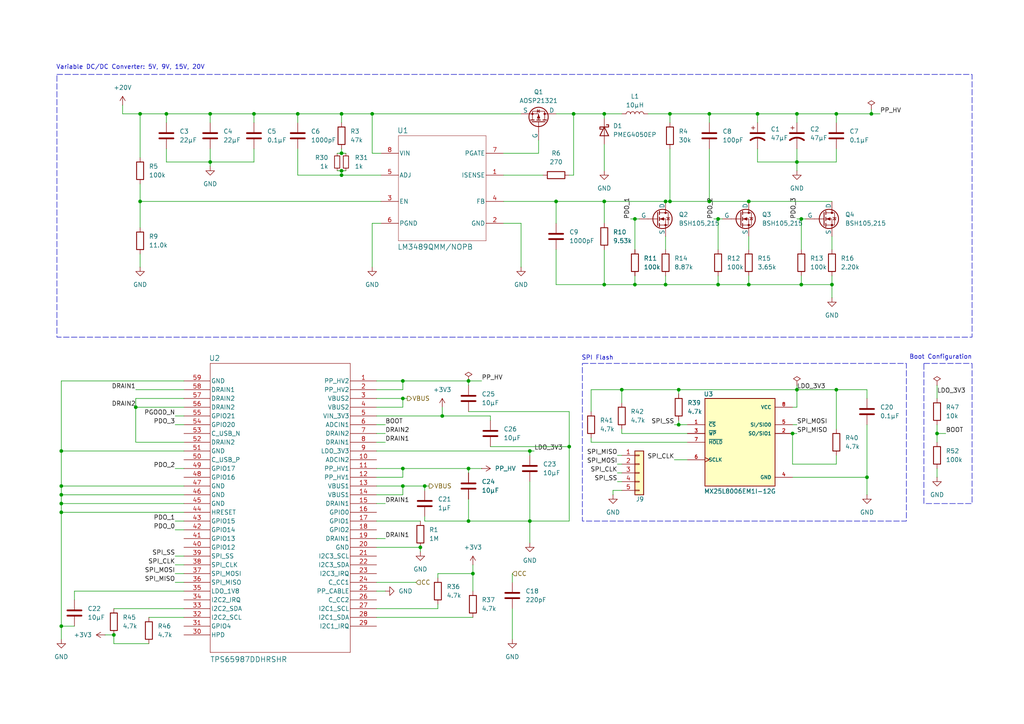
<source format=kicad_sch>
(kicad_sch (version 20231120) (generator "eeschema") (generator_version "8.0")
  (paper "A4")
  (junction (at 135.89 151.13))
  (junction (at 40.64 58.42))
  (junction (at 219.71 33.02))
  (junction (at 232.41 82.55))
  (junction (at 194.31 33.02))
  (junction (at 17.78 181.61))
  (junction (at 33.02 184.15))
  (junction (at 175.26 82.55))
  (junction (at 137.16 166.37))
  (junction (at 128.27 120.65))
  (junction (at 193.04 58.42))
  (junction (at 121.92 158.75))
  (junction (at 231.14 33.02))
  (junction (at 205.74 33.02))
  (junction (at 17.78 143.51))
  (junction (at 175.26 58.42))
  (junction (at 123.19 140.97))
  (junction (at 73.66 33.02))
  (junction (at 99.06 44.45))
  (junction (at 153.67 151.13))
  (junction (at 193.04 82.55))
  (junction (at 271.78 125.73))
  (junction (at 242.57 113.03))
  (junction (at 229.87 125.73))
  (junction (at 242.57 33.02))
  (junction (at 86.36 33.02))
  (junction (at 165.1 129.54))
  (junction (at 231.14 46.99))
  (junction (at 196.85 113.03))
  (junction (at 116.84 115.57))
  (junction (at 116.84 140.97))
  (junction (at 166.37 33.02))
  (junction (at 153.67 130.81))
  (junction (at 252.73 33.02))
  (junction (at 251.46 138.43))
  (junction (at 208.28 82.55))
  (junction (at 116.84 135.89))
  (junction (at 135.89 135.89))
  (junction (at 180.34 113.03))
  (junction (at 17.78 140.97))
  (junction (at 17.78 148.59))
  (junction (at 196.85 123.19))
  (junction (at 99.06 33.02))
  (junction (at 116.84 110.49))
  (junction (at 241.3 82.55))
  (junction (at 40.64 33.02))
  (junction (at 184.15 82.55))
  (junction (at 99.06 50.8))
  (junction (at 231.14 113.03))
  (junction (at 60.96 33.02))
  (junction (at 232.41 63.5))
  (junction (at 60.96 46.99))
  (junction (at 17.78 146.05))
  (junction (at 17.78 130.81))
  (junction (at 208.28 63.5))
  (junction (at 184.15 63.5))
  (junction (at 217.17 82.55))
  (junction (at 217.17 58.42))
  (junction (at 107.95 33.02))
  (junction (at 135.89 110.49))
  (junction (at 48.26 33.02))
  (junction (at 194.31 58.42))
  (junction (at 205.74 58.42))
  (junction (at 175.26 33.02))
  (junction (at 99.06 49.53))
  (junction (at 161.29 58.42))
  (junction (at 39.37 118.11))
  (wire (pts (xy 231.14 33.02) (xy 231.14 35.56)))
  (wire (pts (xy 194.31 58.42) (xy 205.74 58.42)))
  (wire (pts (xy 40.64 58.42) (xy 110.49 58.42)))
  (wire (pts (xy 116.84 138.43) (xy 116.84 135.89)))
  (wire (pts (xy 53.34 168.91) (xy 50.8 168.91)))
  (wire (pts (xy 73.66 33.02) (xy 73.66 35.56)))
  (wire (pts (xy 184.15 80.01) (xy 184.15 82.55)))
  (wire (pts (xy 171.45 128.27) (xy 171.45 127)))
  (wire (pts (xy 274.32 125.73) (xy 271.78 125.73)))
  (wire (pts (xy 53.34 153.67) (xy 50.8 153.67)))
  (wire (pts (xy 73.66 43.18) (xy 73.66 46.99)))
  (wire (pts (xy 146.05 50.8) (xy 157.48 50.8)))
  (wire (pts (xy 242.57 113.03) (xy 231.14 113.03)))
  (wire (pts (xy 251.46 123.19) (xy 251.46 138.43)))
  (wire (pts (xy 107.95 44.45) (xy 110.49 44.45)))
  (wire (pts (xy 50.8 120.65) (xy 53.34 120.65)))
  (wire (pts (xy 165.1 129.54) (xy 165.1 151.13)))
  (wire (pts (xy 187.96 33.02) (xy 194.31 33.02)))
  (wire (pts (xy 179.07 137.16) (xy 180.34 137.16)))
  (wire (pts (xy 208.28 82.55) (xy 217.17 82.55)))
  (wire (pts (xy 99.06 49.53) (xy 100.33 49.53)))
  (wire (pts (xy 109.22 125.73) (xy 111.76 125.73)))
  (wire (pts (xy 151.13 64.77) (xy 151.13 77.47)))
  (wire (pts (xy 33.02 186.69) (xy 33.02 184.15)))
  (wire (pts (xy 179.07 132.08) (xy 180.34 132.08)))
  (wire (pts (xy 60.96 33.02) (xy 73.66 33.02)))
  (wire (pts (xy 109.22 128.27) (xy 111.76 128.27)))
  (wire (pts (xy 184.15 63.5) (xy 185.42 63.5)))
  (wire (pts (xy 40.64 73.66) (xy 40.64 77.47)))
  (wire (pts (xy 175.26 33.02) (xy 175.26 34.29)))
  (wire (pts (xy 271.78 135.89) (xy 271.78 138.43)))
  (wire (pts (xy 177.8 143.51) (xy 177.8 142.24)))
  (wire (pts (xy 194.31 33.02) (xy 194.31 35.56)))
  (wire (pts (xy 229.87 123.19) (xy 231.14 123.19)))
  (wire (pts (xy 107.95 33.02) (xy 151.13 33.02)))
  (wire (pts (xy 99.06 43.18) (xy 99.06 44.45)))
  (wire (pts (xy 86.36 43.18) (xy 86.36 50.8)))
  (wire (pts (xy 17.78 110.49) (xy 53.34 110.49)))
  (wire (pts (xy 53.34 163.83) (xy 50.8 163.83)))
  (wire (pts (xy 118.11 115.57) (xy 116.84 115.57)))
  (wire (pts (xy 165.1 50.8) (xy 166.37 50.8)))
  (wire (pts (xy 229.87 125.73) (xy 231.14 125.73)))
  (wire (pts (xy 161.29 58.42) (xy 175.26 58.42)))
  (wire (pts (xy 171.45 119.38) (xy 171.45 113.03)))
  (wire (pts (xy 242.57 33.02) (xy 242.57 35.56)))
  (wire (pts (xy 39.37 115.57) (xy 39.37 118.11)))
  (wire (pts (xy 137.16 166.37) (xy 137.16 163.83)))
  (wire (pts (xy 60.96 33.02) (xy 60.96 35.56)))
  (wire (pts (xy 207.01 63.5) (xy 208.28 63.5)))
  (wire (pts (xy 219.71 33.02) (xy 219.71 35.56)))
  (wire (pts (xy 153.67 151.13) (xy 153.67 157.48)))
  (wire (pts (xy 109.22 143.51) (xy 116.84 143.51)))
  (wire (pts (xy 205.74 33.02) (xy 205.74 35.56)))
  (wire (pts (xy 229.87 125.73) (xy 229.87 134.62)))
  (wire (pts (xy 161.29 72.39) (xy 161.29 82.55)))
  (wire (pts (xy 17.78 110.49) (xy 17.78 130.81)))
  (wire (pts (xy 40.64 53.34) (xy 40.64 58.42)))
  (wire (pts (xy 110.49 64.77) (xy 107.95 64.77)))
  (wire (pts (xy 252.73 33.02) (xy 255.27 33.02)))
  (wire (pts (xy 217.17 82.55) (xy 232.41 82.55)))
  (wire (pts (xy 252.73 31.75) (xy 252.73 33.02)))
  (wire (pts (xy 33.02 176.53) (xy 53.34 176.53)))
  (wire (pts (xy 175.26 58.42) (xy 193.04 58.42)))
  (wire (pts (xy 109.22 113.03) (xy 116.84 113.03)))
  (wire (pts (xy 242.57 46.99) (xy 231.14 46.99)))
  (wire (pts (xy 48.26 33.02) (xy 60.96 33.02)))
  (wire (pts (xy 196.85 113.03) (xy 231.14 113.03)))
  (wire (pts (xy 232.41 82.55) (xy 232.41 80.01)))
  (wire (pts (xy 109.22 138.43) (xy 116.84 138.43)))
  (wire (pts (xy 39.37 118.11) (xy 39.37 128.27)))
  (wire (pts (xy 21.59 171.45) (xy 21.59 173.99)))
  (wire (pts (xy 116.84 143.51) (xy 116.84 140.97)))
  (wire (pts (xy 39.37 128.27) (xy 53.34 128.27)))
  (wire (pts (xy 271.78 125.73) (xy 271.78 123.19)))
  (wire (pts (xy 148.59 166.37) (xy 148.59 168.91)))
  (wire (pts (xy 43.18 179.07) (xy 53.34 179.07)))
  (wire (pts (xy 193.04 82.55) (xy 193.04 80.01)))
  (wire (pts (xy 175.26 82.55) (xy 184.15 82.55)))
  (wire (pts (xy 53.34 166.37) (xy 50.8 166.37)))
  (wire (pts (xy 242.57 33.02) (xy 252.73 33.02)))
  (wire (pts (xy 109.22 176.53) (xy 127 176.53)))
  (wire (pts (xy 231.14 46.99) (xy 231.14 49.53)))
  (wire (pts (xy 193.04 82.55) (xy 208.28 82.55)))
  (wire (pts (xy 175.26 41.91) (xy 175.26 49.53)))
  (wire (pts (xy 99.06 33.02) (xy 107.95 33.02)))
  (wire (pts (xy 109.22 151.13) (xy 121.92 151.13)))
  (wire (pts (xy 127 167.64) (xy 127 166.37)))
  (wire (pts (xy 231.14 33.02) (xy 242.57 33.02)))
  (wire (pts (xy 40.64 58.42) (xy 40.64 66.04)))
  (wire (pts (xy 53.34 161.29) (xy 50.8 161.29)))
  (wire (pts (xy 121.92 158.75) (xy 121.92 160.02)))
  (wire (pts (xy 195.58 133.35) (xy 199.39 133.35)))
  (wire (pts (xy 242.57 113.03) (xy 251.46 113.03)))
  (wire (pts (xy 242.57 43.18) (xy 242.57 46.99)))
  (wire (pts (xy 17.78 146.05) (xy 17.78 148.59)))
  (wire (pts (xy 17.78 181.61) (xy 17.78 185.42)))
  (wire (pts (xy 124.46 140.97) (xy 123.19 140.97)))
  (wire (pts (xy 219.71 33.02) (xy 231.14 33.02)))
  (wire (pts (xy 217.17 58.42) (xy 241.3 58.42)))
  (wire (pts (xy 39.37 113.03) (xy 53.34 113.03)))
  (wire (pts (xy 48.26 46.99) (xy 60.96 46.99)))
  (wire (pts (xy 148.59 176.53) (xy 148.59 185.42)))
  (wire (pts (xy 184.15 72.39) (xy 184.15 63.5)))
  (wire (pts (xy 86.36 50.8) (xy 99.06 50.8)))
  (wire (pts (xy 109.22 140.97) (xy 116.84 140.97)))
  (wire (pts (xy 109.22 135.89) (xy 116.84 135.89)))
  (wire (pts (xy 217.17 68.58) (xy 217.17 72.39)))
  (wire (pts (xy 53.34 171.45) (xy 21.59 171.45)))
  (wire (pts (xy 161.29 58.42) (xy 146.05 58.42)))
  (wire (pts (xy 229.87 138.43) (xy 251.46 138.43)))
  (wire (pts (xy 123.19 151.13) (xy 135.89 151.13)))
  (wire (pts (xy 40.64 33.02) (xy 35.56 33.02)))
  (wire (pts (xy 232.41 63.5) (xy 233.68 63.5)))
  (wire (pts (xy 193.04 68.58) (xy 193.04 72.39)))
  (wire (pts (xy 179.07 134.62) (xy 180.34 134.62)))
  (wire (pts (xy 153.67 151.13) (xy 165.1 151.13)))
  (wire (pts (xy 232.41 82.55) (xy 241.3 82.55)))
  (wire (pts (xy 53.34 123.19) (xy 50.8 123.19)))
  (wire (pts (xy 194.31 43.18) (xy 194.31 58.42)))
  (wire (pts (xy 107.95 33.02) (xy 107.95 44.45)))
  (wire (pts (xy 109.22 171.45) (xy 111.76 171.45)))
  (wire (pts (xy 109.22 118.11) (xy 116.84 118.11)))
  (wire (pts (xy 177.8 142.24) (xy 180.34 142.24)))
  (wire (pts (xy 53.34 135.89) (xy 50.8 135.89)))
  (wire (pts (xy 161.29 64.77) (xy 161.29 58.42)))
  (wire (pts (xy 116.84 110.49) (xy 135.89 110.49)))
  (wire (pts (xy 73.66 33.02) (xy 86.36 33.02)))
  (wire (pts (xy 40.64 33.02) (xy 40.64 45.72)))
  (wire (pts (xy 194.31 33.02) (xy 205.74 33.02)))
  (wire (pts (xy 17.78 181.61) (xy 21.59 181.61)))
  (wire (pts (xy 99.06 50.8) (xy 110.49 50.8)))
  (wire (pts (xy 161.29 82.55) (xy 175.26 82.55)))
  (wire (pts (xy 166.37 33.02) (xy 166.37 50.8)))
  (wire (pts (xy 180.34 113.03) (xy 196.85 113.03)))
  (wire (pts (xy 109.22 110.49) (xy 116.84 110.49)))
  (wire (pts (xy 205.74 43.18) (xy 205.74 58.42)))
  (wire (pts (xy 135.89 151.13) (xy 153.67 151.13)))
  (wire (pts (xy 53.34 151.13) (xy 50.8 151.13)))
  (wire (pts (xy 135.89 119.38) (xy 165.1 119.38)))
  (wire (pts (xy 242.57 124.46) (xy 242.57 113.03)))
  (wire (pts (xy 127 166.37) (xy 137.16 166.37)))
  (wire (pts (xy 241.3 68.58) (xy 241.3 72.39)))
  (wire (pts (xy 199.39 128.27) (xy 171.45 128.27)))
  (wire (pts (xy 196.85 123.19) (xy 196.85 121.92)))
  (wire (pts (xy 166.37 33.02) (xy 175.26 33.02)))
  (wire (pts (xy 175.26 58.42) (xy 175.26 64.77)))
  (wire (pts (xy 135.89 135.89) (xy 139.7 135.89)))
  (wire (pts (xy 97.79 49.53) (xy 99.06 49.53)))
  (wire (pts (xy 142.24 121.92) (xy 142.24 120.65)))
  (wire (pts (xy 231.14 111.76) (xy 231.14 113.03)))
  (wire (pts (xy 109.22 179.07) (xy 137.16 179.07)))
  (wire (pts (xy 109.22 158.75) (xy 121.92 158.75)))
  (wire (pts (xy 171.45 113.03) (xy 180.34 113.03)))
  (wire (pts (xy 109.22 123.19) (xy 111.76 123.19)))
  (wire (pts (xy 156.21 44.45) (xy 156.21 40.64)))
  (wire (pts (xy 232.41 63.5) (xy 232.41 72.39)))
  (wire (pts (xy 184.15 82.55) (xy 193.04 82.55)))
  (wire (pts (xy 86.36 33.02) (xy 86.36 35.56)))
  (wire (pts (xy 116.84 113.03) (xy 116.84 110.49)))
  (wire (pts (xy 193.04 58.42) (xy 194.31 58.42)))
  (wire (pts (xy 128.27 120.65) (xy 142.24 120.65)))
  (wire (pts (xy 251.46 115.57) (xy 251.46 113.03)))
  (wire (pts (xy 161.29 33.02) (xy 166.37 33.02)))
  (wire (pts (xy 109.22 156.21) (xy 111.76 156.21)))
  (wire (pts (xy 39.37 118.11) (xy 53.34 118.11)))
  (wire (pts (xy 199.39 123.19) (xy 196.85 123.19)))
  (wire (pts (xy 271.78 125.73) (xy 271.78 128.27)))
  (wire (pts (xy 99.06 44.45) (xy 100.33 44.45)))
  (wire (pts (xy 17.78 140.97) (xy 17.78 143.51)))
  (wire (pts (xy 48.26 43.18) (xy 48.26 46.99)))
  (wire (pts (xy 135.89 135.89) (xy 135.89 137.16)))
  (wire (pts (xy 109.22 120.65) (xy 128.27 120.65)))
  (wire (pts (xy 116.84 140.97) (xy 123.19 140.97)))
  (wire (pts (xy 251.46 138.43) (xy 251.46 143.51)))
  (wire (pts (xy 48.26 35.56) (xy 48.26 33.02)))
  (wire (pts (xy 109.22 146.05) (xy 111.76 146.05)))
  (wire (pts (xy 17.78 143.51) (xy 17.78 146.05)))
  (wire (pts (xy 116.84 115.57) (xy 116.84 118.11)))
  (wire (pts (xy 35.56 33.02) (xy 35.56 30.48)))
  (wire (pts (xy 219.71 43.18) (xy 219.71 46.99)))
  (wire (pts (xy 73.66 46.99) (xy 60.96 46.99)))
  (wire (pts (xy 142.24 129.54) (xy 165.1 129.54)))
  (wire (pts (xy 175.26 72.39) (xy 175.26 82.55)))
  (wire (pts (xy 39.37 115.57) (xy 53.34 115.57)))
  (wire (pts (xy 128.27 118.11) (xy 128.27 120.65)))
  (wire (pts (xy 180.34 125.73) (xy 180.34 124.46)))
  (wire (pts (xy 196.85 114.3) (xy 196.85 113.03)))
  (wire (pts (xy 231.14 113.03) (xy 231.14 118.11)))
  (wire (pts (xy 146.05 64.77) (xy 151.13 64.77)))
  (wire (pts (xy 179.07 139.7) (xy 180.34 139.7)))
  (wire (pts (xy 116.84 135.89) (xy 135.89 135.89)))
  (wire (pts (xy 241.3 82.55) (xy 241.3 80.01)))
  (wire (pts (xy 229.87 118.11) (xy 231.14 118.11)))
  (wire (pts (xy 135.89 110.49) (xy 135.89 111.76)))
  (wire (pts (xy 153.67 139.7) (xy 153.67 151.13)))
  (wire (pts (xy 86.36 33.02) (xy 99.06 33.02)))
  (wire (pts (xy 231.14 63.5) (xy 232.41 63.5)))
  (wire (pts (xy 109.22 168.91) (xy 120.65 168.91)))
  (wire (pts (xy 175.26 33.02) (xy 180.34 33.02)))
  (wire (pts (xy 17.78 148.59) (xy 17.78 181.61)))
  (wire (pts (xy 99.06 33.02) (xy 99.06 35.56)))
  (wire (pts (xy 242.57 134.62) (xy 242.57 132.08)))
  (wire (pts (xy 127 176.53) (xy 127 175.26)))
  (wire (pts (xy 199.39 125.73) (xy 180.34 125.73)))
  (wire (pts (xy 17.78 146.05) (xy 53.34 146.05)))
  (wire (pts (xy 48.26 33.02) (xy 40.64 33.02)))
  (wire (pts (xy 165.1 119.38) (xy 165.1 129.54)))
  (wire (pts (xy 17.78 130.81) (xy 17.78 140.97)))
  (wire (pts (xy 153.67 130.81) (xy 154.94 130.81)))
  (wire (pts (xy 180.34 116.84) (xy 180.34 113.03)))
  (wire (pts (xy 208.28 63.5) (xy 209.55 63.5)))
  (wire (pts (xy 137.16 166.37) (xy 137.16 171.45)))
  (wire (pts (xy 30.48 184.15) (xy 33.02 184.15)))
  (wire (pts (xy 17.78 143.51) (xy 53.34 143.51)))
  (wire (pts (xy 109.22 130.81) (xy 153.67 130.81)))
  (wire (pts (xy 60.96 46.99) (xy 60.96 48.26)))
  (wire (pts (xy 123.19 149.86) (xy 123.19 151.13)))
  (wire (pts (xy 99.06 44.45) (xy 97.79 44.45)))
  (wire (pts (xy 60.96 43.18) (xy 60.96 46.99)))
  (wire (pts (xy 219.71 46.99) (xy 231.14 46.99)))
  (wire (pts (xy 153.67 130.81) (xy 153.67 132.08)))
  (wire (pts (xy 217.17 82.55) (xy 217.17 80.01)))
  (wire (pts (xy 43.18 186.69) (xy 33.02 186.69)))
  (wire (pts (xy 135.89 110.49) (xy 139.7 110.49)))
  (wire (pts (xy 205.74 58.42) (xy 217.17 58.42)))
  (wire (pts (xy 123.19 140.97) (xy 123.19 142.24)))
  (wire (pts (xy 17.78 130.81) (xy 53.34 130.81)))
  (wire (pts (xy 17.78 148.59) (xy 53.34 148.59)))
  (wire (pts (xy 229.87 134.62) (xy 242.57 134.62)))
  (wire (pts (xy 205.74 33.02) (xy 219.71 33.02)))
  (wire (pts (xy 109.22 115.57) (xy 116.84 115.57)))
  (wire (pts (xy 182.88 63.5) (xy 184.15 63.5)))
  (wire (pts (xy 17.78 140.97) (xy 53.34 140.97)))
  (wire (pts (xy 99.06 49.53) (xy 99.06 50.8)))
  (wire (pts (xy 241.3 82.55) (xy 241.3 86.36)))
  (wire (pts (xy 146.05 44.45) (xy 156.21 44.45)))
  (wire (pts (xy 208.28 80.01) (xy 208.28 82.55)))
  (wire (pts (xy 135.89 144.78) (xy 135.89 151.13)))
  (wire (pts (xy 208.28 63.5) (xy 208.28 72.39)))
  (wire (pts (xy 107.95 64.77) (xy 107.95 77.47)))
  (wire (pts (xy 231.14 43.18) (xy 231.14 46.99)))
  (wire (pts (xy 271.78 111.76) (xy 271.78 115.57)))
  (wire (pts (xy 195.58 123.19) (xy 196.85 123.19)))
  (rectangle (start 16.51 21.59) (end 281.94 97.79) (stroke (width 0) (type dash)))
  (rectangle (start 168.91 105.41) (end 262.89 151.13) (stroke (width 0) (type dash)))
  (rectangle (start 267.97 105.41) (end 281.94 146.05) (stroke (width 0) (type dash)))
  (text "Boot Configuration" (at 281.94 103.632 0) (effects (font (size 1.27 1.27)) (justify right)))
  (text "SPI Flash" (at 168.656 103.886 0) (effects (font (size 1.27 1.27)) (justify left)))
  (text "Variable DC/DC Converter: 5V, 9V, 15V, 20V" (at 37.846 19.558 0) (effects (font (size 1.27 1.27))))
  (label "BOOT" (at 274.32 125.73 0))
  (label "PDO_1" (at 182.88 63.5 90))
  (label "PP_HV" (at 139.7 110.49 0))
  (label "SPI_SS" (at 195.58 123.19 180))
  (label "SPI_CLK" (at 179.07 137.16 180))
  (label "PGOOD_N" (at 50.8 120.65 180))
  (label "SPI_MOSI" (at 179.07 134.62 180))
  (label "SPI_MOSI" (at 231.14 123.19 0))
  (label "LDO_3V3" (at 231.14 113.03 0))
  (label "DRAIN1" (at 111.76 156.21 0))
  (label "PDO_2" (at 50.8 135.89 180))
  (label "PP_HV" (at 255.27 33.02 0))
  (label "LDO_3V3" (at 271.78 114.3 0))
  (label "SPI_MISO" (at 231.14 125.73 0))
  (label "PDO_3" (at 231.14 63.5 90))
  (label "BOOT" (at 111.76 123.19 0))
  (label "DRAIN1" (at 39.37 113.03 180))
  (label "PDO_3" (at 50.8 123.19 180))
  (label "SPI_SS" (at 179.07 139.7 180))
  (label "SPI_MOSI" (at 50.8 166.37 180))
  (label "DRAIN2" (at 39.37 118.11 180))
  (label "PDO_1" (at 50.8 151.13 180))
  (label "SPI_SS" (at 50.8 161.29 180))
  (label "SPI_MISO" (at 50.8 168.91 180))
  (label "DRAIN1" (at 111.76 146.05 0))
  (label "SPI_MISO" (at 179.07 132.08 180))
  (label "LDO_3V3" (at 154.94 130.81 0))
  (label "DRAIN2" (at 111.76 125.73 0))
  (label "SPI_CLK" (at 50.8 163.83 180))
  (label "PDO_2" (at 207.01 63.5 90))
  (label "PDO_0" (at 50.8 153.67 180))
  (label "SPI_CLK" (at 195.58 133.35 180))
  (label "DRAIN1" (at 111.76 128.27 0))
  (hierarchical_label "CC" (shape input) (at 120.65 168.91 0))
  (hierarchical_label "CC" (shape input) (at 148.59 166.37 0))
  (hierarchical_label "VBUS" (shape output) (at 118.11 115.57 0))
  (hierarchical_label "VBUS" (shape output) (at 124.46 140.97 0))
  (symbol (lib_id "power:GND") (at 60.96 48.26 0) (unit 1)
    (property "Reference" "#PWR03" (effects (hide yes)))
    (property "Value" "GND" (at 60.96 53.34 0))
    (property "Description" "Power symbol creates a global label with name \"GND\" , ground" (effects (hide yes)))
  )
  (symbol (lib_id "power:PWR_FLAG") (at 135.89 110.49 0) (unit 1)
    (property "Reference" "#FLG04" (effects (hide yes)))
    (property "Value" "PWR_FLAG" (effects (hide yes)))
    (property "Description" "Special symbol for telling ERC where power comes from" (effects (hide yes)))
  )
  (symbol (lib_id "Device:R") (at 175.26 68.58 0) (unit 1)
    (property "Reference" "R10" (at 177.8 67.3099 0) (effects (justify left)))
    (property "Value" "9.53k" (at 177.8 69.8499 0) (effects (justify left)))
    (property "Footprint" "Resistor_SMD:R_0805_2012Metric_Pad1.20x1.40mm_HandSolder" (effects (hide yes)))
    (property "Description" "Resistor" (effects (hide yes)))
    (property "Part_Number" "0805W8F9531T5E" (effects (hide yes)))
    (property "LCSC" "C17858" (effects (hide yes)))
  )
  (symbol (lib_id "Device:C") (at 161.29 68.58 0) (unit 1)
    (property "Reference" "C9" (at 165.1 67.3099 0) (effects (justify left)))
    (property "Value" "1000pF" (at 165.1 69.8499 0) (effects (justify left)))
    (property "Footprint" "Capacitor_SMD:C_0402_1005Metric" (effects (hide yes)))
    (property "Description" "X7R" (effects (hide yes)))
    (property "Part_Number" "0402B102K500NT" (effects (hide yes)))
    (property "LCSC" "C1523" (effects (hide yes)))
  )
  (symbol (lib_id "Simulation_SPICE:PMOS") (at 156.21 35.56 270) (mirror x) (unit 1)
    (property "Reference" "Q1" (at 156.21 26.67 90))
    (property "Value" "AOSP21321" (at 156.21 29.21 90))
    (property "Footprint" "AOSP21321:AOSP21321" (effects (hide yes)))
    (property "Datasheet" "https://ngspice.sourceforge.io/docs/ngspice-html-manual/manual.xhtml#cha_MOSFETs" (effects (hide yes)))
    (property "Description" "P-MOSFET transistor, drain/source/gate" (effects (hide yes)))
    (property "Sim.Device" "PMOS" (effects (hide yes)))
    (property "Sim.Type" "VDMOS" (effects (hide yes)))
    (property "Sim.Pins" "1=D 2=G 3=S" (effects (hide yes)))
    (property "Part_Number" "AON7403" (effects (hide yes)))
    (property "LCSC" "C560863" (effects (hide yes)))
  )
  (symbol (lib_id "power:GND") (at 177.8 143.51 0) (unit 1)
    (property "Reference" "#PWR027" (effects (hide yes)))
    (property "Value" "GND" (at 177.8 148.59 0))
    (property "Description" "Power symbol creates a global label with name \"GND\" , ground" (effects (hide yes)))
  )
  (symbol (lib_id "power:GND") (at 241.3 86.36 0) (unit 1)
    (property "Reference" "#PWR07" (effects (hide yes)))
    (property "Value" "GND" (at 241.3 91.44 0))
    (property "Description" "Power symbol creates a global label with name \"GND\" , ground" (effects (hide yes)))
  )
  (symbol (lib_id "power:GND") (at 40.64 77.47 0) (unit 1)
    (property "Reference" "#PWR02" (effects (hide yes)))
    (property "Value" "GND" (at 40.64 82.55 0))
    (property "Description" "Power symbol creates a global label with name \"GND\" , ground" (effects (hide yes)))
  )
  (symbol (lib_id "Device:R") (at 232.41 76.2 0) (unit 1)
    (property "Reference" "R13" (at 234.95 74.9299 0) (effects (justify left)))
    (property "Value" "100k" (at 234.95 77.4699 0) (effects (justify left)))
    (property "Footprint" "Resistor_SMD:R_0603_1608Metric" (effects (hide yes)))
    (property "Description" "Resistor" (effects (hide yes)))
    (property "Part_Number" "0603WAF1003T5E" (effects (hide yes)))
    (property "LCSC" "C25803" (effects (hide yes)))
  )
  (symbol (lib_id "Simulation_SPICE:NMOS") (at 214.63 63.5 0) (unit 1)
    (property "Reference" "Q3" (at 220.98 62.2299 0) (effects (justify left)))
    (property "Value" "BSH105,215" (at 220.98 64.7699 0) (effects (justify left)))
    (property "Footprint" "Package_TO_SOT_SMD:SOT-23" (effects (hide yes)))
    (property "Datasheet" "https://ngspice.sourceforge.io/docs/ngspice-html-manual/manual.xhtml#cha_MOSFETs" (effects (hide yes)))
    (property "Description" "N-MOSFET transistor, drain/source/gate" (effects (hide yes)))
    (property "Sim.Device" "NMOS" (effects (hide yes)))
    (property "Sim.Type" "VDMOS" (effects (hide yes)))
    (property "Sim.Pins" "1=D 2=G 3=S" (effects (hide yes)))
    (property "Part_Number" "BSH105,215" (effects (hide yes)))
    (property "LCSC" "C478010" (effects (hide yes)))
  )
  (symbol (lib_id "Device:C") (at 148.59 172.72 0) (unit 1)
    (property "Reference" "C18" (at 152.4 171.4499 0) (effects (justify left)))
    (property "Value" "220pF" (at 152.4 173.9899 0) (effects (justify left)))
    (property "Footprint" "Capacitor_SMD:C_0201_0603Metric" (effects (hide yes)))
    (property "Description" "X7R" (effects (hide yes)))
    (property "Part_Number" "CL10B221KB8NNNC" (effects (hide yes)))
    (property "LCSC" "C1603" (effects (hide yes)))
  )
  (symbol (lib_id "Device:R") (at 171.45 123.19 0) (unit 1)
    (property "Reference" "R41" (at 173.99 121.9199 0) (effects (justify left)))
    (property "Value" "4.7k" (at 173.99 124.4599 0) (effects (justify left)))
    (property "Footprint" "Resistor_SMD:R_0402_1005Metric" (effects (hide yes)))
    (property "Description" "Resistor" (effects (hide yes)))
    (property "Part_Number" "0402WGF4701TCE" (effects (hide yes)))
    (property "LCSC" "C25900" (effects (hide yes)))
  )
  (symbol (lib_id "power:GND") (at 271.78 138.43 0) (unit 1)
    (property "Reference" "#PWR017" (effects (hide yes)))
    (property "Value" "GND" (at 271.78 143.51 0))
    (property "Description" "Power symbol creates a global label with name \"GND\" , ground" (effects (hide yes)))
  )
  (symbol (lib_id "Device:C") (at 73.66 39.37 0) (unit 1)
    (property "Reference" "C5" (at 77.47 38.0999 0) (effects (justify left)))
    (property "Value" "0.1µF" (at 77.47 40.6399 0) (effects (justify left)))
    (property "Footprint" "Capacitor_SMD:C_0402_1005Metric" (effects (hide yes)))
    (property "Description" "X7R" (effects (hide yes)))
    (property "Part_Number" "CL05B104KB54PNC" (effects (hide yes)))
    (property "LCSC" "C307331" (effects (hide yes)))
  )
  (symbol (lib_id "power:PWR_FLAG") (at 271.78 111.76 0) (unit 1)
    (property "Reference" "#FLG06" (effects (hide yes)))
    (property "Value" "PWR_FLAG" (effects (hide yes)))
    (property "Description" "Special symbol for telling ERC where power comes from" (effects (hide yes)))
  )
  (symbol (lib_id "Device:R") (at 33.02 180.34 0) (unit 1)
    (property "Reference" "R45" (at 35.56 179.0699 0) (effects (justify left)))
    (property "Value" "4.7k" (at 35.56 181.6099 0) (effects (justify left)))
    (property "Footprint" "Resistor_SMD:R_0402_1005Metric" (effects (hide yes)))
    (property "Description" "Resistor" (effects (hide yes)))
    (property "Part_Number" "0402WGF4701TCE" (effects (hide yes)))
    (property "LCSC" "C25900" (effects (hide yes)))
  )
  (symbol (lib_id "Device:R") (at 241.3 76.2 0) (unit 1)
    (property "Reference" "R16" (at 243.84 74.9299 0) (effects (justify left)))
    (property "Value" "2.20k" (at 243.84 77.4699 0) (effects (justify left)))
    (property "Footprint" "Resistor_SMD:R_0805_2012Metric_Pad1.20x1.40mm_HandSolder" (effects (hide yes)))
    (property "Description" "Resistor" (effects (hide yes)))
    (property "Part_Number" "0805W8F2201T5E" (effects (hide yes)))
    (property "LCSC" "C17520" (effects (hide yes)))
  )
  (symbol (lib_id "MX25L8006EM1I-12G:MX25L8006EM1I-12G") (at 214.63 128.27 0) (unit 1)
    (property "Reference" "U3" (at 205.486 114.3 0))
    (property "Value" "MX25L8006EM1I-12G" (at 214.63 142.494 0))
    (property "Footprint" "MX25L8006EM1I-12G:MX25L8006EM1I-12G" (effects (hide yes)))
    (property "PARTREV" "1.6" (effects (hide yes)))
    (property "STANDARD" "IPC-7351B" (effects (hide yes)))
    (property "MAXIMUM_PACKAGE_HEIGHT" "1.75mm" (effects (hide yes)))
    (property "MANUFACTURER" "Macronix" (effects (hide yes)))
    (property "Part_Number" "MX25L8006EM1I-12G" (effects (hide yes)))
    (property "LCSC" "C106262" (effects (hide yes)))
  )
  (symbol (lib_id "Device:R_Small") (at 100.33 46.99 0) (unit 1)
    (property "Reference" "R31" (at 102.87 45.7199 0) (effects (justify left)))
    (property "Value" "1k" (at 102.87 48.2599 0) (effects (justify left)))
    (property "Footprint" "Resistor_SMD:R_0402_1005Metric" (effects (hide yes)))
    (property "Description" "Resistor, small symbol" (effects (hide yes)))
    (property "Part_Number" "0402WGF1001TCE" (effects (hide yes)))
    (property "LCSC" "C11702" (effects (hide yes)))
  )
  (symbol (lib_id "Device:R") (at 196.85 118.11 0) (unit 1)
    (property "Reference" "R39" (at 199.39 116.8399 0) (effects (justify left)))
    (property "Value" "4.7k" (at 199.39 119.3799 0) (effects (justify left)))
    (property "Footprint" "Resistor_SMD:R_0402_1005Metric" (effects (hide yes)))
    (property "Description" "Resistor" (effects (hide yes)))
    (property "Part_Number" "0402WGF4701TCE" (effects (hide yes)))
    (property "LCSC" "C25900" (effects (hide yes)))
  )
  (symbol (lib_id "power:GND") (at 111.76 171.45 90) (unit 1)
    (property "Reference" "#PWR011" (effects (hide yes)))
    (property "Value" "GND" (at 115.57 171.4499 90) (effects (justify right)))
    (property "Description" "Power symbol creates a global label with name \"GND\" , ground" (effects (hide yes)))
  )
  (symbol (lib_id "Device:C") (at 153.67 135.89 0) (unit 1)
    (property "Reference" "C23" (at 157.48 134.6199 0) (effects (justify left)))
    (property "Value" "10µF" (at 157.48 137.1599 0) (effects (justify left)))
    (property "Footprint" "Capacitor_SMD:C_0402_1005Metric" (effects (hide yes)))
    (property "Description" "X5R" (effects (hide yes)))
    (property "Part_Number" "CL05A106MQ5NUNC" (effects (hide yes)))
    (property "LCSC" "C15525" (effects (hide yes)))
  )
  (symbol (lib_id "power:GND") (at 121.92 160.02 0) (unit 1)
    (property "Reference" "#PWR015" (effects (hide yes)))
    (property "Value" "GND" (at 121.92 165.1 0))
    (property "Description" "Power symbol creates a global label with name \"GND\" , ground" (effects (hide yes)))
  )
  (symbol (lib_id "power:GND") (at 231.14 49.53 0) (unit 1)
    (property "Reference" "#PWR08" (effects (hide yes)))
    (property "Value" "GND" (at 231.14 54.61 0))
    (property "Description" "Power symbol creates a global label with name \"GND\" , ground" (effects (hide yes)))
  )
  (symbol (lib_id "Device:L") (at 184.15 33.02 90) (unit 1)
    (property "Reference" "L1" (at 184.15 27.94 90))
    (property "Value" "10µH" (at 184.15 30.48 90))
    (property "Footprint" "Inductor_SMD:L_Abracon_ASPI-0630LR" (effects (hide yes)))
    (property "Description" "Inductor" (effects (hide yes)))
    (property "Part_Number" "YSPI0730-100M" (effects (hide yes)))
  )
  (symbol (lib_id "Device:R") (at 40.64 69.85 0) (unit 1)
    (property "Reference" "R9" (at 43.18 68.5799 0) (effects (justify left)))
    (property "Value" "11.0k" (at 43.18 71.1199 0) (effects (justify left)))
    (property "Footprint" "Resistor_SMD:R_0603_1608Metric" (effects (hide yes)))
    (property "Description" "Resistor" (effects (hide yes)))
    (property "Part_Number" "0603WAF1102T5E" (effects (hide yes)))
    (property "LCSC" "C25950" (effects (hide yes)))
  )
  (symbol (lib_id "Device:C") (at 60.96 39.37 0) (unit 1)
    (property "Reference" "C4" (at 64.77 38.0999 0) (effects (justify left)))
    (property "Value" "22µF" (at 64.77 40.6399 0) (effects (justify left)))
    (property "Footprint" "Capacitor_SMD:C_0805_2012Metric" (effects (hide yes)))
    (property "Description" "X5R" (effects (hide yes)))
    (property "Part_Number" "CL21A226MAQNNNE" (effects (hide yes)))
    (property "LCSC" "C45783" (effects (hide yes)))
  )
  (symbol (lib_id "Device:C") (at 123.19 146.05 0) (unit 1)
    (property "Reference" "C21" (at 127 144.7799 0) (effects (justify left)))
    (property "Value" "1µF" (at 127 147.3199 0) (effects (justify left)))
    (property "Footprint" "Capacitor_SMD:C_0603_1608Metric" (effects (hide yes)))
    (property "Description" "X7R" (effects (hide yes)))
    (property "Part_Number" "CL10A105KB8NNNC" (effects (hide yes)))
    (property "LCSC" "C15849" (effects (hide yes)))
  )
  (symbol (lib_id "Device:R") (at 217.17 76.2 0) (unit 1)
    (property "Reference" "R15" (at 219.71 74.9299 0) (effects (justify left)))
    (property "Value" "3.65k" (at 219.71 77.4699 0) (effects (justify left)))
    (property "Footprint" "Resistor_SMD:R_0805_2012Metric_Pad1.20x1.40mm_HandSolder" (effects (hide yes)))
    (property "Description" "Resistor" (effects (hide yes)))
    (property "Part_Number" "0805W8F3651T5E" (effects (hide yes)))
    (property "LCSC" "C17611" (effects (hide yes)))
  )
  (symbol (lib_id "Device:C_Polarized_US") (at 219.71 39.37 0) (unit 1)
    (property "Reference" "C1" (at 223.52 37.4649 0) (effects (justify left)))
    (property "Value" "47µF" (at 223.52 40.0049 0) (effects (justify left)))
    (property "Footprint" "Capacitor_Tantalum_SMD:CP_EIA-7343-43_Kemet-X" (effects (hide yes)))
    (property "Description" "Polarized capacitor, US symbol" (effects (hide yes)))
    (property "Part_Number" "T491X476K035AT" (effects (hide yes)))
    (property "LCSC" "C87110" (effects (hide yes)))
  )
  (symbol (lib_id "Device:C") (at 205.74 39.37 0) (unit 1)
    (property "Reference" "C8" (at 209.55 38.0999 0) (effects (justify left)))
    (property "Value" "100pF" (at 209.55 40.6399 0) (effects (justify left)))
    (property "Footprint" "Capacitor_SMD:C_0402_1005Metric" (effects (hide yes)))
    (property "Description" "X7R" (effects (hide yes)))
    (property "Part_Number" "0402CG101J500NT" (effects (hide yes)))
    (property "LCSC" "C1546" (effects (hide yes)))
  )
  (symbol (lib_id "XG_Mobile:+20V") (at 35.56 30.48 0) (unit 1)
    (property "Reference" "#PWR014" (effects (hide yes)))
    (property "Value" "+20V" (at 35.56 25.4 0))
    (property "Description" "Power symbol creates a global label with name \"+20V\"" (effects (hide yes)))
  )
  (symbol (lib_id "Device:R") (at 99.06 39.37 0) (unit 1)
    (property "Reference" "R3" (at 101.6 38.0999 0) (effects (justify left)))
    (property "Value" "47k" (at 101.6 40.6399 0) (effects (justify left)))
    (property "Footprint" "Resistor_SMD:R_0402_1005Metric" (effects (hide yes)))
    (property "Description" "Resistor" (effects (hide yes)))
    (property "Part_Number" "0402WGF4702TCE" (effects (hide yes)))
    (property "LCSC" "C25792" (effects (hide yes)))
  )
  (symbol (lib_id "Device:R_Small") (at 97.79 46.99 0) (mirror y) (unit 1)
    (property "Reference" "R30" (at 95.25 45.7199 0) (effects (justify left)))
    (property "Value" "1k" (at 95.25 48.2599 0) (effects (justify left)))
    (property "Footprint" "Resistor_SMD:R_0402_1005Metric" (effects (hide yes)))
    (property "Description" "Resistor, small symbol" (effects (hide yes)))
    (property "Part_Number" "0402WGF1001TCE" (effects (hide yes)))
    (property "LCSC" "C11702" (effects (hide yes)))
  )
  (symbol (lib_id "Device:C") (at 21.59 177.8 0) (unit 1)
    (property "Reference" "C22" (at 25.4 176.5299 0) (effects (justify left)))
    (property "Value" "10µF" (at 25.4 179.0699 0) (effects (justify left)))
    (property "Footprint" "Capacitor_SMD:C_0402_1005Metric" (effects (hide yes)))
    (property "Description" "X5R" (effects (hide yes)))
    (property "Part_Number" "CL05A106MQ5NUNC" (effects (hide yes)))
    (property "LCSC" "C15525" (effects (hide yes)))
  )
  (symbol (lib_id "power:VCC") (at 139.7 135.89 270) (unit 1)
    (property "Reference" "#PWR019" (effects (hide yes)))
    (property "Value" "PP_HV" (at 143.51 135.8899 90) (effects (justify left)))
    (property "Description" "Power symbol creates a global label with name \"VCC\"" (effects (hide yes)))
  )
  (symbol (lib_id "Device:R") (at 208.28 76.2 0) (unit 1)
    (property "Reference" "R12" (at 210.82 74.9299 0) (effects (justify left)))
    (property "Value" "100k" (at 210.82 77.4699 0) (effects (justify left)))
    (property "Footprint" "Resistor_SMD:R_0603_1608Metric" (effects (hide yes)))
    (property "Description" "Resistor" (effects (hide yes)))
    (property "Part_Number" "0603WAF1003T5E" (effects (hide yes)))
    (property "LCSC" "C25803" (effects (hide yes)))
  )
  (symbol (lib_id "Simulation_SPICE:NMOS") (at 238.76 63.5 0) (unit 1)
    (property "Reference" "Q4" (at 245.11 62.2299 0) (effects (justify left)))
    (property "Value" "BSH105,215" (at 245.11 64.7699 0) (effects (justify left)))
    (property "Footprint" "Package_TO_SOT_SMD:SOT-23" (effects (hide yes)))
    (property "Datasheet" "https://ngspice.sourceforge.io/docs/ngspice-html-manual/manual.xhtml#cha_MOSFETs" (effects (hide yes)))
    (property "Description" "N-MOSFET transistor, drain/source/gate" (effects (hide yes)))
    (property "Sim.Device" "NMOS" (effects (hide yes)))
    (property "Sim.Type" "VDMOS" (effects (hide yes)))
    (property "Sim.Pins" "1=D 2=G 3=S" (effects (hide yes)))
    (property "Part_Number" "BSH105,215" (effects (hide yes)))
    (property "LCSC" "C478010" (effects (hide yes)))
  )
  (symbol (lib_id "power:+3V3") (at 128.27 118.11 0) (unit 1)
    (property "Reference" "#PWR09" (effects (hide yes)))
    (property "Value" "+3V3" (at 128.27 113.03 0))
    (property "Description" "Power symbol creates a global label with name \"+3V3\"" (effects (hide yes)))
  )
  (symbol (lib_id "Diode:PMEG4050EP") (at 175.26 38.1 270) (unit 1)
    (property "Reference" "D1" (at 177.8 36.5124 90) (effects (justify left)))
    (property "Value" "PMEG4050EP" (at 177.8 39.0524 90) (effects (justify left)))
    (property "Footprint" "Diode_SMD:D_SOD-128" (effects (hide yes)))
    (property "Datasheet" "https://assets.nexperia.com/documents/data-sheet/PMEG4050EP.pdf" (effects (hide yes)))
    (property "Description" "40V, 5A low Vf Schottky barrier rectifier, SOD-128" (effects (hide yes)))
    (property "Part_Number" "PMEG4050EP,115" (effects (hide yes)))
    (property "LCSC" "C96235" (effects (hide yes)))
  )
  (symbol (lib_id "power:+3V3") (at 137.16 163.83 0) (unit 1)
    (property "Reference" "#PWR01" (effects (hide yes)))
    (property "Value" "+3V3" (at 137.16 158.75 0))
    (property "Description" "Power symbol creates a global label with name \"+3V3\"" (effects (hide yes)))
  )
  (symbol (lib_id "power:GND") (at 17.78 185.42 0) (unit 1)
    (property "Reference" "#PWR013" (effects (hide yes)))
    (property "Value" "GND" (at 17.78 190.5 0))
    (property "Description" "Power symbol creates a global label with name \"GND\" , ground" (effects (hide yes)))
  )
  (symbol (lib_id "Device:C") (at 251.46 119.38 0) (unit 1)
    (property "Reference" "C20" (at 255.27 118.1099 0) (effects (justify left)))
    (property "Value" "0.1µF" (at 255.27 120.6499 0) (effects (justify left)))
    (property "Footprint" "Capacitor_SMD:C_0402_1005Metric" (effects (hide yes)))
    (property "Description" "X7R" (effects (hide yes)))
    (property "Part_Number" "CL05B104KB54PNC" (effects (hide yes)))
    (property "LCSC" "C307331" (effects (hide yes)))
  )
  (symbol (lib_id "Device:C") (at 242.57 39.37 0) (unit 1)
    (property "Reference" "C7" (at 246.38 38.0999 0) (effects (justify left)))
    (property "Value" "0.1µF" (at 246.38 40.6399 0) (effects (justify left)))
    (property "Footprint" "Capacitor_SMD:C_0402_1005Metric" (effects (hide yes)))
    (property "Description" "X5R" (effects (hide yes)))
    (property "Part_Number" "CL05B104KB54PNC" (effects (hide yes)))
    (property "LCSC" "C307331" (effects (hide yes)))
  )
  (symbol (lib_id "power:GND") (at 251.46 143.51 0) (unit 1)
    (property "Reference" "#PWR024" (effects (hide yes)))
    (property "Value" "GND" (at 251.46 148.59 0))
    (property "Description" "Power symbol creates a global label with name \"GND\" , ground" (effects (hide yes)))
  )
  (symbol (lib_id "power:GND") (at 148.59 185.42 0) (unit 1)
    (property "Reference" "#PWR012" (effects (hide yes)))
    (property "Value" "GND" (at 148.59 190.5 0))
    (property "Description" "Power symbol creates a global label with name \"GND\" , ground" (effects (hide yes)))
  )
  (symbol (lib_id "Device:R") (at 161.29 50.8 90) (unit 1)
    (property "Reference" "R6" (at 161.29 44.45 90))
    (property "Value" "270" (at 161.29 46.99 90))
    (property "Footprint" "Resistor_SMD:R_0603_1608Metric" (effects (hide yes)))
    (property "Description" "Resistor" (effects (hide yes)))
    (property "Part_Number" "0603WAF2700T5E" (effects (hide yes)))
    (property "LCSC" "C22966" (effects (hide yes)))
  )
  (symbol (lib_id "power:PWR_FLAG") (at 231.14 111.76 0) (unit 1)
    (property "Reference" "#FLG05" (effects (hide yes)))
    (property "Value" "PWR_FLAG" (effects (hide yes)))
    (property "Description" "Special symbol for telling ERC where power comes from" (effects (hide yes)))
  )
  (symbol (lib_id "power:PWR_FLAG") (at 252.73 31.75 0) (unit 1)
    (property "Reference" "#FLG03" (effects (hide yes)))
    (property "Value" "PWR_FLAG" (effects (hide yes)))
    (property "Description" "Special symbol for telling ERC where power comes from" (effects (hide yes)))
  )
  (symbol (lib_id "Device:R") (at 193.04 76.2 0) (unit 1)
    (property "Reference" "R14" (at 195.58 74.9299 0) (effects (justify left)))
    (property "Value" "8.87k" (at 195.58 77.4699 0) (effects (justify left)))
    (property "Footprint" "Resistor_SMD:R_0805_2012Metric_Pad1.20x1.40mm_HandSolder" (effects (hide yes)))
    (property "Description" "Resistor" (effects (hide yes)))
    (property "Part_Number" "0805W8F8871T5E" (effects (hide yes)))
    (property "LCSC" "C37551" (effects (hide yes)))
  )
  (symbol (lib_id "Device:R") (at 194.31 39.37 0) (unit 1)
    (property "Reference" "R4" (at 196.85 38.0999 0) (effects (justify left)))
    (property "Value" "30k" (at 196.85 40.6399 0) (effects (justify left)))
    (property "Footprint" "Resistor_SMD:R_0603_1608Metric" (effects (hide yes)))
    (property "Description" "Resistor" (effects (hide yes)))
    (property "Part_Number" "0603WAF3002T5E" (effects (hide yes)))
    (property "LCSC" "C22984" (effects (hide yes)))
  )
  (symbol (lib_id "Connector_Generic:Conn_01x05") (at 185.42 137.16 0) (unit 1)
    (property "Reference" "J9" (at 184.404 144.78 0) (effects (justify left)))
    (property "Value" "Conn_01x05" (effects (hide yes)))
    (property "Footprint" "Connector_PinHeader_2.54mm:PinHeader_1x05_P2.54mm_Vertical" (effects (hide yes)))
    (property "Description" "Generic connector, single row, 01x05, script generated (kicad-library-utils/schlib/autogen/connector/)" (effects (hide yes)))
    (property "Part_Number" "2.54-1*5" (effects (hide yes)))
    (property "LCSC" "C5156614" (effects (hide yes)))
  )
  (symbol (lib_id "Device:C") (at 48.26 39.37 0) (unit 1)
    (property "Reference" "C3" (at 52.07 38.0999 0) (effects (justify left)))
    (property "Value" "22µF" (at 52.07 40.6399 0) (effects (justify left)))
    (property "Footprint" "Capacitor_SMD:C_0805_2012Metric" (effects (hide yes)))
    (property "Description" "X5R" (effects (hide yes)))
    (property "Part_Number" "CL21A226MAQNNNE" (effects (hide yes)))
    (property "LCSC" "C45783" (effects (hide yes)))
  )
  (symbol (lib_id "Device:C_Polarized_US") (at 231.14 39.37 0) (unit 1)
    (property "Reference" "C2" (at 234.95 37.4649 0) (effects (justify left)))
    (property "Value" "47µF" (at 234.95 40.0049 0) (effects (justify left)))
    (property "Footprint" "Capacitor_Tantalum_SMD:CP_EIA-7343-43_Kemet-X" (effects (hide yes)))
    (property "Description" "Polarized capacitor, US symbol" (effects (hide yes)))
    (property "Part_Number" "T491X476K035AT" (effects (hide yes)))
    (property "LCSC" "C87110" (effects (hide yes)))
  )
  (symbol (lib_id "power:+3V3") (at 30.48 184.15 90) (unit 1)
    (property "Reference" "#PWR010" (effects (hide yes)))
    (property "Value" "+3V3" (at 26.67 184.1499 90) (effects (justify left)))
    (property "Description" "Power symbol creates a global label with name \"+3V3\"" (effects (hide yes)))
  )
  (symbol (lib_id "Device:R") (at 137.16 175.26 0) (unit 1)
    (property "Reference" "R37" (at 139.7 173.9899 0) (effects (justify left)))
    (property "Value" "4.7k" (at 139.7 176.5299 0) (effects (justify left)))
    (property "Footprint" "Resistor_SMD:R_0402_1005Metric" (effects (hide yes)))
    (property "Description" "Resistor" (effects (hide yes)))
    (property "Part_Number" "0402WGF4701TCE" (effects (hide yes)))
    (property "LCSC" "C25900" (effects (hide yes)))
  )
  (symbol (lib_id "Device:R") (at 271.78 119.38 0) (unit 1)
    (property "Reference" "R47" (at 274.32 118.1099 0) (effects (justify left)))
    (property "Value" "10k" (at 274.32 120.6499 0) (effects (justify left)))
    (property "Footprint" "Resistor_SMD:R_0402_1005Metric" (effects (hide yes)))
    (property "Description" "Resistor" (effects (hide yes)))
    (property "Part_Number" "0402WGF1002TCE" (effects (hide yes)))
    (property "LCSC" "C25744" (effects (hide yes)))
  )
  (symbol (lib_id "Device:C") (at 135.89 140.97 0) (unit 1)
    (property "Reference" "C24" (at 139.7 139.6999 0) (effects (justify left)))
    (property "Value" "10µF" (at 139.7 142.2399 0) (effects (justify left)))
    (property "Footprint" "Capacitor_SMD:C_0402_1005Metric" (effects (hide yes)))
    (property "Description" "X5R" (effects (hide yes)))
    (property "Part_Number" "CL05A106MQ5NUNC" (effects (hide yes)))
    (property "LCSC" "C15525" (effects (hide yes)))
  )
  (symbol (lib_id "Device:R") (at 40.64 49.53 0) (unit 1)
    (property "Reference" "R5" (at 43.18 48.2599 0) (effects (justify left)))
    (property "Value" "100k" (at 43.18 50.7999 0) (effects (justify left)))
    (property "Footprint" "Resistor_SMD:R_0603_1608Metric" (effects (hide yes)))
    (property "Description" "Resistor" (effects (hide yes)))
    (property "Part_Number" "0603WAF1003T5E" (effects (hide yes)))
    (property "LCSC" "C25803" (effects (hide yes)))
  )
  (symbol (lib_id "power:GND") (at 175.26 49.53 0) (unit 1)
    (property "Reference" "#PWR06" (effects (hide yes)))
    (property "Value" "GND" (at 175.26 54.61 0))
    (property "Description" "Power symbol creates a global label with name \"GND\" , ground" (effects (hide yes)))
  )
  (symbol (lib_id "LM3489QMM-NOPB:LM3489QMM_NOPB") (at 128.27 54.61 0) (unit 1)
    (property "Reference" "U1" (at 116.84 37.846 0) (effects (font (size 1.524 1.524))))
    (property "Value" "LM3489QMM/NOPB" (at 126.238 71.628 0) (effects (font (size 1.524 1.524))))
    (property "Footprint" "LM3489QMM-NOPB" (effects (hide yes)))
    (property "Datasheet" "LM3489QMM/NOPB" (effects (hide yes)))
    (property "Part_Number" "LM3489QMM/NOPB" (effects (hide yes)))
    (property "LCSC" "C2862414" (effects (hide yes)))
  )
  (symbol (lib_id "Device:R") (at 184.15 76.2 0) (unit 1)
    (property "Reference" "R11" (at 186.69 74.9299 0) (effects (justify left)))
    (property "Value" "100k" (at 186.69 77.4699 0) (effects (justify left)))
    (property "Footprint" "Resistor_SMD:R_0603_1608Metric" (effects (hide yes)))
    (property "Description" "Resistor" (effects (hide yes)))
    (property "Part_Number" "0603WAF1003T5E" (effects (hide yes)))
    (property "LCSC" "C25803" (effects (hide yes)))
  )
  (symbol (lib_id "power:GND") (at 151.13 77.47 0) (unit 1)
    (property "Reference" "#PWR05" (effects (hide yes)))
    (property "Value" "GND" (at 151.13 82.55 0))
    (property "Description" "Power symbol creates a global label with name \"GND\" , ground" (effects (hide yes)))
  )
  (symbol (lib_id "Device:R") (at 121.92 154.94 0) (unit 1)
    (property "Reference" "R1" (at 124.46 153.6699 0) (effects (justify left)))
    (property "Value" "1M" (at 124.46 156.2099 0) (effects (justify left)))
    (property "Footprint" "Resistor_SMD:R_0805_2012Metric" (effects (hide yes)))
    (property "Description" "Resistor" (effects (hide yes)))
    (property "Part_Number" "0805W8F1004T5E" (effects (hide yes)))
    (property "LCSC" "C17514" (effects (hide yes)))
  )
  (symbol (lib_id "Device:R") (at 242.57 128.27 0) (unit 1)
    (property "Reference" "R40" (at 245.11 126.9999 0) (effects (justify left)))
    (property "Value" "4.7k" (at 245.11 129.5399 0) (effects (justify left)))
    (property "Footprint" "Resistor_SMD:R_0402_1005Metric" (effects (hide yes)))
    (property "Description" "Resistor" (effects (hide yes)))
    (property "Part_Number" "0402WGF4701TCE" (effects (hide yes)))
    (property "LCSC" "C25900" (effects (hide yes)))
  )
  (symbol (lib_id "TPS65987DDHRSHR:TPS65987DDHRSHR") (at 54.61 110.49 0) (unit 1)
    (property "Reference" "U2" (at 62.23 103.886 0) (effects (font (size 1.524 1.524))))
    (property "Value" "TPS65987DDHRSHR" (at 72.136 191.262 0) (effects (font (size 1.524 1.524))))
    (property "Footprint" "TPS65987DDHRSHR" (effects (hide yes)))
    (property "Datasheet" "TPS65987DDHRSHR" (effects (hide yes)))
    (property "LCSC" "C2868843" (effects (hide yes)))
    (property "Part_Number" "TPS65987DDHRSHR" (effects (hide yes)))
  )
  (symbol (lib_id "Device:C") (at 142.24 125.73 0) (unit 1)
    (property "Reference" "C26" (at 146.05 124.4599 0) (effects (justify left)))
    (property "Value" "10µF" (at 146.05 126.9999 0) (effects (justify left)))
    (property "Footprint" "Capacitor_SMD:C_0402_1005Metric" (effects (hide yes)))
    (property "Description" "X5R" (effects (hide yes)))
    (property "Part_Number" "CL05A106MQ5NUNC" (effects (hide yes)))
    (property "LCSC" "C15525" (effects (hide yes)))
  )
  (symbol (lib_id "power:GND") (at 107.95 77.47 0) (unit 1)
    (property "Reference" "#PWR04" (effects (hide yes)))
    (property "Value" "GND" (at 107.95 82.55 0))
    (property "Description" "Power symbol creates a global label with name \"GND\" , ground" (effects (hide yes)))
  )
  (symbol (lib_id "Device:R") (at 127 171.45 0) (unit 1)
    (property "Reference" "R36" (at 129.54 170.1799 0) (effects (justify left)))
    (property "Value" "4.7k" (at 129.54 172.7199 0) (effects (justify left)))
    (property "Footprint" "Resistor_SMD:R_0402_1005Metric" (effects (hide yes)))
    (property "Description" "Resistor" (effects (hide yes)))
    (property "Part_Number" "0402WGF4701TCE" (effects (hide yes)))
    (property "LCSC" "C25900" (effects (hide yes)))
  )
  (symbol (lib_id "Simulation_SPICE:NMOS") (at 190.5 63.5 0) (unit 1)
    (property "Reference" "Q2" (at 196.85 62.2299 0) (effects (justify left)))
    (property "Value" "BSH105,215" (at 196.85 64.7699 0) (effects (justify left)))
    (property "Footprint" "Package_TO_SOT_SMD:SOT-23" (effects (hide yes)))
    (property "Datasheet" "https://ngspice.sourceforge.io/docs/ngspice-html-manual/manual.xhtml#cha_MOSFETs" (effects (hide yes)))
    (property "Description" "N-MOSFET transistor, drain/source/gate" (effects (hide yes)))
    (property "Sim.Device" "NMOS" (effects (hide yes)))
    (property "Sim.Type" "VDMOS" (effects (hide yes)))
    (property "Sim.Pins" "1=D 2=G 3=S" (effects (hide yes)))
    (property "Part_Number" "BSH105,215" (effects (hide yes)))
    (property "LCSC" "C478010" (effects (hide yes)))
  )
  (symbol (lib_id "Device:C") (at 86.36 39.37 0) (unit 1)
    (property "Reference" "C6" (at 90.17 38.0999 0) (effects (justify left)))
    (property "Value" "1000pF" (at 90.17 40.6399 0) (effects (justify left)))
    (property "Footprint" "Capacitor_SMD:C_0402_1005Metric" (effects (hide yes)))
    (property "Description" "X7R" (effects (hide yes)))
    (property "Part_Number" "0402B102K500NT" (effects (hide yes)))
    (property "LCSC" "C1523" (effects (hide yes)))
  )
  (symbol (lib_id "Device:R") (at 271.78 132.08 0) (unit 1)
    (property "Reference" "R52" (at 274.32 130.8099 0) (effects (justify left)))
    (property "Value" "100k" (at 274.32 133.3499 0) (effects (justify left)))
    (property "Footprint" "Resistor_SMD:R_0402_1005Metric" (effects (hide yes)))
    (property "Description" "Resistor" (effects (hide yes)))
    (property "Part_Number" "0402WGF1003TCE" (effects (hide yes)))
    (property "LCSC" "C25741" (effects (hide yes)))
  )
  (symbol (lib_id "Device:R") (at 180.34 120.65 0) (unit 1)
    (property "Reference" "R42" (at 182.88 119.3799 0) (effects (justify left)))
    (property "Value" "4.7k" (at 182.88 121.9199 0) (effects (justify left)))
    (property "Footprint" "Resistor_SMD:R_0402_1005Metric" (effects (hide yes)))
    (property "Description" "Resistor" (effects (hide yes)))
    (property "Part_Number" "0402WGF4701TCE" (effects (hide yes)))
    (property "LCSC" "C25900" (effects (hide yes)))
  )
  (symbol (lib_id "power:GND") (at 153.67 157.48 0) (unit 1)
    (property "Reference" "#PWR020" (effects (hide yes)))
    (property "Value" "GND" (at 153.67 162.56 0))
    (property "Description" "Power symbol creates a global label with name \"GND\" , ground" (effects (hide yes)))
  )
  (symbol (lib_id "Device:R") (at 43.18 182.88 0) (unit 1)
    (property "Reference" "R46" (at 45.72 181.6099 0) (effects (justify left)))
    (property "Value" "4.7k" (at 45.72 184.1499 0) (effects (justify left)))
    (property "Footprint" "Resistor_SMD:R_0402_1005Metric" (effects (hide yes)))
    (property "Description" "Resistor" (effects (hide yes)))
    (property "Part_Number" "0402WGF4701TCE" (effects (hide yes)))
    (property "LCSC" "C25900" (effects (hide yes)))
  )
  (symbol (lib_id "Device:C") (at 135.89 115.57 0) (unit 1)
    (property "Reference" "C25" (at 139.7 114.2999 0) (effects (justify left)))
    (property "Value" "10µF" (at 139.7 116.8399 0) (effects (justify left)))
    (property "Footprint" "Capacitor_SMD:C_0402_1005Metric" (effects (hide yes)))
    (property "Description" "X5R" (effects (hide yes)))
    (property "Part_Number" "CL05A106MQ5NUNC" (effects (hide yes)))
    (property "LCSC" "C15525" (effects (hide yes)))
  )
)
</source>
